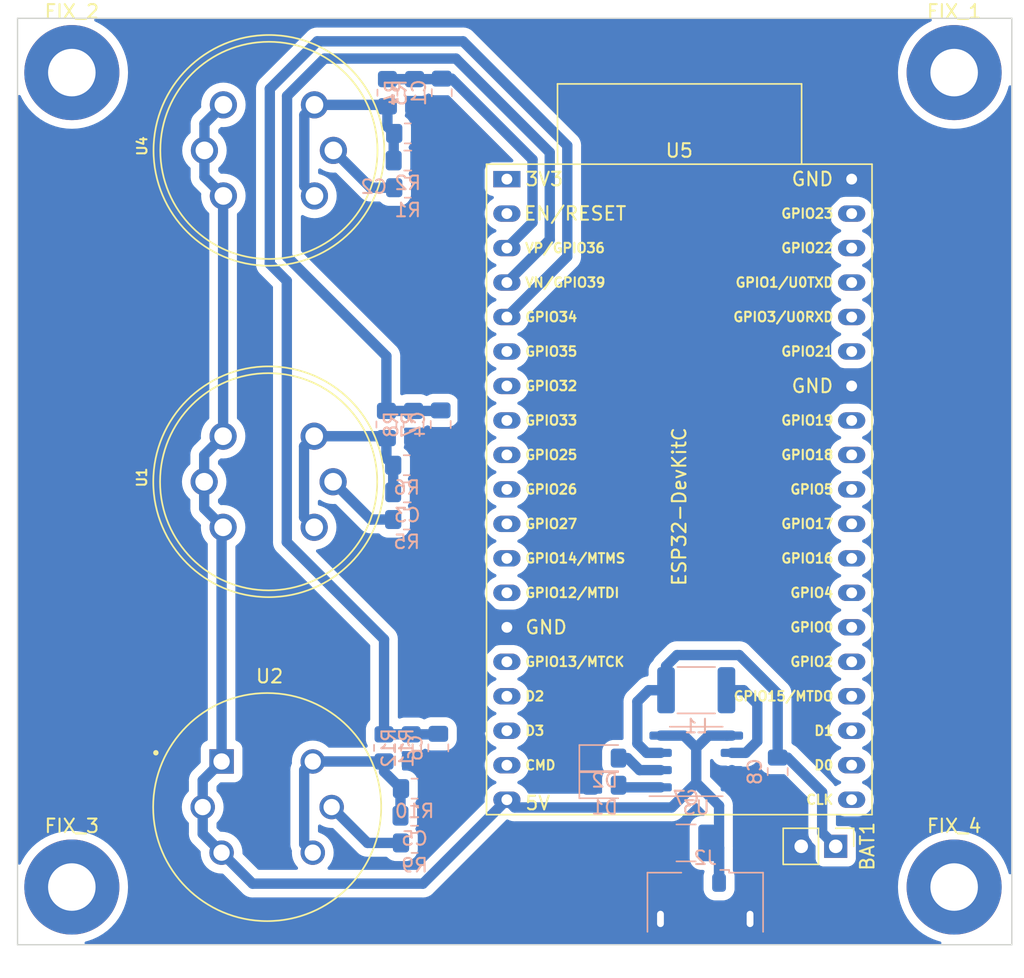
<source format=kicad_pcb>
(kicad_pcb (version 20221018) (generator pcbnew)
  (layers (0 "F.Cu" signal) (31 "B.Cu" signal) (34 "B.Paste" user) (35 "F.Paste" user) (36 "B.SilkS" user "B.Silkscreen") (37 "F.SilkS" user "F.Silkscreen") (38 "B.Mask" user) (39 "F.Mask" user) (44 "Edge.Cuts" user))
  (net 0 "")
  (net 1 "/supply/BAT+")
  (net 2 "GND")
  (net 3 "/esp32/MQ-6")
  (net 4 "Net-(U4-B0)")
  (net 5 "Net-(U1-B0)")
  (net 6 "/esp32/MQ-5")
  (net 7 "Net-(U2-B0)")
  (net 8 "/esp32/MQ-7")
  (net 9 "/esp32/+5")
  (net 10 "Net-(D1-A)")
  (net 11 "Net-(D2-A)")
  (net 12 "Net-(U3-LX)")
  (net 13 "Net-(U4-H@2)")
  (net 14 "Net-(U1-H@2)")
  (net 15 "Net-(U2-H@1)")
  (footprint "PI:ESP32-DevKitC" (layer "F.Cu") (at 81.3 50.34656)
    (fp_text reference "U5" (at 12.7 -2.1) (layer "F.SilkS"))
    (fp_text value "ESP32-DevKitC" (at 12.7 24.13 90) (layer "F.SilkS"))
    (fp_text user "GPIO16" (at 24.13 27.94 unlocked) (layer "F.SilkS") (effects (font (size 0.7 0.7)) (justify right)))
    (fp_text user "GPIO3/U0RXD" (at 24.13 10.16 unlocked) (layer "F.SilkS") (effects (font (size 0.7 0.7)) (justify right)))
    (fp_text user "GPIO23" (at 24.13 2.54 unlocked) (layer "F.SilkS") (effects (font (size 0.7 0.7)) (justify right)))
    (fp_text user "GPIO33" (at 1.27 17.78 unlocked) (layer "F.SilkS") (effects (font (size 0.7 0.7)) (justify left)))
    (fp_text user "GPIO34" (at 1.27 10.16 unlocked) (layer "F.SilkS") (effects (font (size 0.7 0.7)) (justify left)))
    (fp_text user "GPIO27" (at 1.27 25.4 unlocked) (layer "F.SilkS") (effects (font (size 0.7 0.7)) (justify left)))
    (fp_text user "GPIO32" (at 1.27 15.24 unlocked) (layer "F.SilkS") (effects (font (size 0.7 0.7)) (justify left)))
    (fp_text user "GND" (at 24.13 15.24 unlocked) (layer "F.SilkS") (effects (justify right)))
    (fp_text user "GPIO17" (at 24.13 25.4 unlocked) (layer "F.SilkS") (effects (font (size 0.7 0.7)) (justify right)))
    (fp_text user "GPIO19" (at 24.13 17.78 unlocked) (layer "F.SilkS") (effects (font (size 0.7 0.7)) (justify right)))
    (fp_text user "GPIO12/MTDI" (at 1.27 30.48 unlocked) (layer "F.SilkS") (effects (font (size 0.7 0.7)) (justify left)))
    (fp_text user "GPIO13/MTCK" (at 1.27 35.56 unlocked) (layer "F.SilkS") (effects (font (size 0.7 0.7)) (justify left)))
    (fp_text user "GPIO14/MTMS" (at 1.27 27.94 unlocked) (layer "F.SilkS") (effects (font (size 0.7 0.7)) (justify left)))
    (fp_text user "GPIO4" (at 24.13 30.48 unlocked) (layer "F.SilkS") (effects (font (size 0.7 0.7)) (justify right)))
    (fp_text user "GND" (at 24.13 0 unlocked) (layer "F.SilkS") (effects (justify right)))
    (fp_text user "GPIO26" (at 1.27 22.86 unlocked) (layer "F.SilkS") (effects (font (size 0.7 0.7)) (justify left)))
    (fp_text user "VP/GPIO36" (at 1.27 5.08 unlocked) (layer "F.SilkS") (effects (font (size 0.7 0.7)) (justify left)))
    (fp_text user "GPIO15/MTDO" (at 24.13 38.1 unlocked) (layer "F.SilkS") (effects (font (size 0.7 0.7)) (justify right)))
    (fp_text user "GPIO22" (at 24.13 5.08 unlocked) (layer "F.SilkS") (effects (font (size 0.7 0.7)) (justify right)))
    (fp_text user "EN/RESET" (at 8.88632 2.53728 unlocked) (layer "F.SilkS") (effects (justify right)))
    (fp_text user "CLK" (at 24.13 45.72 unlocked) (layer "F.SilkS") (effects (font (size 0.7 0.7)) (justify right)))
    (fp_text user "3V3" (at 1.27 0 unlocked) (layer "F.SilkS") (effects (justify left)))
    (fp_text user "GPIO1/U0TXD" (at 24.13 7.62 unlocked) (layer "F.SilkS") (effects (font (size 0.7 0.7)) (justify right)))
    (fp_text user "GND" (at 1.27 33.02 unlocked) (layer "F.SilkS") (effects (justify left)))
    (fp_text user "GPIO25" (at 1.27 20.32 unlocked) (layer "F.SilkS") (effects (font (size 0.7 0.7)) (justify left)))
    (fp_text user "GPIO0" (at 24.13 33.02 unlocked) (layer "F.SilkS") (effects (font (size 0.7 0.7)) (justify right)))
    (fp_text user "CMD" (at 1.27 43.18 unlocked) (layer "F.SilkS") (effects (font (size 0.7 0.7)) (justify left)))
    (fp_text user "GPIO35" (at 1.27 12.7 unlocked) (layer "F.SilkS") (effects (font (size 0.7 0.7)) (justify left)))
    (fp_text user "GPIO2" (at 24.13 35.56 unlocked) (layer "F.SilkS") (effects (font (size 0.7 0.7)) (justify right)))
    (fp_text user "VN/GPIO39" (at 1.27 7.62 unlocked) (layer "F.SilkS") (effects (font (size 0.7 0.7)) (justify left)))
    (fp_text user "D0" (at 24.13 43.18 unlocked) (layer "F.SilkS") (effects (font (size 0.7 0.7)) (justify right)))
    (fp_text user "GPIO5" (at 24.13 22.86 unlocked) (layer "F.SilkS") (effects (font (size 0.7 0.7)) (justify right)))
    (fp_text user "D2" (at 1.27 38.1 unlocked) (layer "F.SilkS") (effects (font (size 0.7 0.7)) (justify left)))
    (fp_text user "GPIO21" (at 24.13 12.7 unlocked) (layer "F.SilkS") (effects (font (size 0.7 0.7)) (justify right)))
    (fp_text user "D1" (at 24.13 40.64 unlocked) (layer "F.SilkS") (effects (font (size 0.7 0.7)) (justify right)))
    (fp_text user "D3" (at 1.27 40.64 unlocked) (layer "F.SilkS") (effects (font (size 0.7 0.7)) (justify left)))
    (fp_text user "5V" (at 1.26632 45.97128 unlocked) (layer "F.SilkS") (effects (justify left)))
    (fp_text user "GPIO18" (at 24.13 20.32 unlocked) (layer "F.SilkS") (effects (font (size 0.7 0.7)) (justify right)))
    (fp_line (start -1.5 46.82) (end 26.899999 46.82) (stroke (width 0.12)) (layer "F.SilkS"))
    (fp_line (start -1.499999 -1.1) (end -1.5 46.82) (stroke (width 0.12)) (layer "F.SilkS"))
    (fp_line (start 3.73012 -7.01312) (end 21.71332 -7.01312) (stroke (width 0.12)) (layer "F.SilkS"))
    (fp_line (start 3.73012 -1.12032) (end 3.73012 -7.01312) (stroke (width 0.12)) (layer "F.SilkS"))
    (fp_line (start 21.71332 -7.01312) (end 21.71332 -1.12032) (stroke (width 0.12)) (layer "F.SilkS"))
    (fp_line (start 26.899999 46.82) (end 26.9 -1.1) (stroke (width 0.12)) (layer "F.SilkS"))
    (fp_line (start 26.9 -1.1) (end -1.499999 -1.1) (stroke (width 0.12)) (layer "F.SilkS"))
    (pad "1" thru_hole rect (at 0 0 270) (size 1.2 2) (drill 0.8) (layers "*.Cu" "*.Mask"))
    (pad "2" thru_hole oval (at 0 2.54 270) (size 1.2 2) (drill 0.8) (layers "*.Cu" "*.Mask"))
    (pad "3" thru_hole oval (at 0 5.08 270) (size 1.2 2) (drill 0.8) (layers "*.Cu" "*.Mask") (net 3 "/esp32/MQ-6"))
    (pad "4" thru_hole oval (at 0 7.62 270) (size 1.2 2) (drill 0.8) (layers "*.Cu" "*.Mask") (net 6 "/esp32/MQ-5"))
    (pad "5" thru_hole oval (at 0 10.16 270) (size 1.2 2) (drill 0.8) (layers "*.Cu" "*.Mask") (net 8 "/esp32/MQ-7"))
    (pad "6" thru_hole oval (at 0 12.7 270) (size 1.2 2) (drill 0.8) (layers "*.Cu" "*.Mask"))
    (pad "7" thru_hole oval (at 0 15.24 270) (size 1.2 2) (drill 0.8) (layers "*.Cu" "*.Mask"))
    (pad "8" thru_hole oval (at 0 17.78 270) (size 1.2 2) (drill 0.8) (layers "*.Cu" "*.Mask"))
    (pad "9" thru_hole oval (at 0 20.32 270) (size 1.2 2) (drill 0.8) (layers "*.Cu" "*.Mask"))
    (pad "10" thru_hole oval (at 0 22.86 270) (size 1.2 2) (drill 0.8) (layers "*.Cu" "*.Mask"))
    (pad "11" thru_hole oval (at 0 25.4 270) (size 1.2 2) (drill 0.8) (layers "*.Cu" "*.Mask"))
    (pad "12" thru_hole oval (at 0 27.94 270) (size 1.2 2) (drill 0.8) (layers "*.Cu" "*.Mask"))
    (pad "13" thru_hole oval (at 0 30.48 270) (size 1.2 2) (drill 0.8) (layers "*.Cu" "*.Mask"))
    (pad "14" thru_hole oval (at 0 33.02 270) (size 1.2 2) (drill 0.8) (layers "*.Cu" "*.Mask") (net 2 "GND"))
    (pad "15" thru_hole oval (at 0 35.56 270) (size 1.2 2) (drill 0.8) (layers "*.Cu" "*.Mask"))
    (pad "16" thru_hole oval (at 0 38.1 270) (size 1.2 2) (drill 0.8) (layers "*.Cu" "*.Mask"))
    (pad "17" thru_hole oval (at 0 40.64 270) (size 1.2 2) (drill 0.8) (layers "*.Cu" "*.Mask"))
    (pad "18" thru_hole oval (at 0 43.18 270) (size 1.2 2) (drill 0.8) (layers "*.Cu" "*.Mask"))
    (pad "19" thru_hole oval (at 0 45.72 270) (size 1.2 2) (drill 0.8) (layers "*.Cu" "*.Mask") (net 9 "/esp32/+5"))
    (pad "20" thru_hole oval (at 25.39632 45.71728 270) (size 1.2 2) (drill 0.8) (layers "*.Cu" "*.Mask"))
    (pad "21" thru_hole oval (at 25.39632 43.17728 270) (size 1.2 2) (drill 0.8) (layers "*.Cu" "*.Mask"))
    (pad "22" thru_hole oval (at 25.4 40.64 270) (size 1.2 2) (drill 0.8) (layers "*.Cu" "*.Mask"))
    (pad "23" thru_hole oval (at 25.4 38.1 270) (size 1.2 2) (drill 0.8) (layers "*.Cu" "*.Mask"))
    (pad "24" thru_hole oval (at 25.4 35.56 270) (size 1.2 2) (drill 0.8) (layers "*.Cu" "*.Mask"))
    (pad "25" thru_hole oval (at 25.4 33.02 270) (size 1.2 2) (drill 0.8) (layers "*.Cu" "*.Mask"))
    (pad "26" thru_hole oval (at 25.4 30.48 270) (size 1.2 2) (drill 0.8) (layers "*.Cu" "*.Mask"))
    (pad "27" thru_hole oval (at 25.4 27.94 270) (size 1.2 2) (drill 0.8) (layers "*.Cu" "*.Mask"))
    (pad "28" thru_hole oval (at 25.4 25.4 270) (size 1.2 2) (drill 0.8) (layers "*.Cu" "*.Mask"))
    (pad "29" thru_hole oval (at 25.4 22.86 270) (size 1.2 2) (drill 0.8) (layers "*.Cu" "*.Mask"))
    (pad "30" thru_hole oval (at 25.4 20.32 270) (size 1.2 2) (drill 0.8) (layers "*.Cu" "*.Mask"))
    (pad "31" thru_hole oval (at 25.4 17.78 270) (size 1.2 2) (drill 0.8) (layers "*.Cu" "*.Mask"))
    (pad "32" thru_hole oval (at 25.4 15.24 270) (size 1.2 2) (drill 0.8) (layers "*.Cu" "*.Mask") (net 2 "GND"))
    (pad "33" thru_hole oval (at 25.4 12.7 270) (size 1.2 2) (drill 0.8) (layers "*.Cu" "*.Mask"))
    (pad "34" thru_hole oval (at 25.4 10.16 270) (size 1.2 2) (drill 0.8) (layers "*.Cu" "*.Mask"))
    (pad "35" thru_hole oval (at 25.4 7.62 270) (size 1.2 2) (drill 0.8) (layers "*.Cu" "*.Mask"))
    (pad "36" thru_hole oval (at 25.4 5.08 270) (size 1.2 2) (drill 0.8) (layers "*.Cu" "*.Mask"))
    (pad "37" thru_hole oval (at 25.4 2.54 270) (size 1.2 2) (drill 0.8) (layers "*.Cu" "*.Mask"))
    (pad "38" thru_hole oval (at 25.4 0 270) (size 1.2 2) (drill 0.8) (layers "*.Cu" "*.Mask") (net 2 "GND"))
  )
  (footprint "MountingHole:MountingHole_3.5mm_Pad" (layer "F.Cu") (at 114.25 42.5)
    (fp_text reference "FIX_1" (at 0 -4.5) (layer "F.SilkS"))
    (fp_text value "MountingHole")
    (pad "1" thru_hole circle (at 0 0) (size 7 7) (drill 3.5) (layers "*.Cu" "*.Mask"))
  )
  (footprint "PI:MQ-7" (layer "F.Cu") (at 63.64124 96.60876)
    (fp_text reference "U2" (at 0.175 -9.635) (layer "F.SilkS"))
    (fp_text value "DIP-GAS-MQ-7")
    (fp_circle (center -8.2 -4) (end -8.1 -4) (stroke (width 0.2)) (fill none) (layer "F.SilkS"))
    (fp_circle (center 0 0) (end 8.4 0) (stroke (width 0.127)) (fill none) (layer "F.SilkS"))
    (pad "1" thru_hole rect (at -3.35876 -3.35876) (size 1.8 1.8) (drill 1.2) (layers "*.Cu" "*.Mask") (net 9 "/esp32/+5"))
    (pad "2" thru_hole circle (at 3.35876 -3.35876) (size 1.8 1.8) (drill 1.2) (layers "*.Cu" "*.Mask") (net 7 "Net-(U2-B0)"))
    (pad "3" thru_hole circle (at -3.35876 3.35876) (size 1.8 1.8) (drill 1.2) (layers "*.Cu" "*.Mask") (net 9 "/esp32/+5"))
    (pad "4" thru_hole circle (at 3.35876 3.35876) (size 1.8 1.8) (drill 1.2) (layers "*.Cu" "*.Mask") (net 7 "Net-(U2-B0)"))
    (pad "5" thru_hole circle (at 4.75 0) (size 1.8 1.8) (drill 1.2) (layers "*.Cu" "*.Mask") (net 15 "Net-(U2-H@1)"))
    (pad "6" thru_hole circle (at -4.75 0) (size 1.8 1.8) (drill 1.2) (layers "*.Cu" "*.Mask") (net 9 "/esp32/+5"))
  )
  (footprint "MountingHole:MountingHole_3.5mm_Pad" (layer "F.Cu") (at 49.25 102.5)
    (fp_text reference "FIX_3" (at 0 -4.5) (layer "F.SilkS"))
    (fp_text value "MountingHole")
    (pad "1" thru_hole circle (at 0 0) (size 7 7) (drill 3.5) (layers "*.Cu" "*.Mask"))
  )
  (footprint "MountingHole:MountingHole_3.5mm_Pad" (layer "F.Cu") (at 49.25 42.5)
    (fp_text reference "FIX_2" (at 0 -4.5) (layer "F.SilkS"))
    (fp_text value "MountingHole")
    (pad "1" thru_hole circle (at 0 0) (size 7 7) (drill 3.5) (layers "*.Cu" "*.Mask"))
  )
  (footprint "Connector_PinHeader_2.54mm:PinHeader_1x02_P2.54mm_Vertical" (layer "F.Cu") (at 105.525 99.5 -90)
    (fp_text reference "BAT1" (at 0 -2.33 90) (layer "F.SilkS"))
    (fp_text value "Conn_01x02")
    (fp_line (start -1.33 -1.33) (end 0 -1.33) (stroke (width 0.12)) (layer "F.SilkS"))
    (fp_line (start -1.33 0) (end -1.33 -1.33) (stroke (width 0.12)) (layer "F.SilkS"))
    (fp_line (start -1.33 1.27) (end -1.33 3.87) (stroke (width 0.12)) (layer "F.SilkS"))
    (fp_line (start -1.33 1.27) (end 1.33 1.27) (stroke (width 0.12)) (layer "F.SilkS"))
    (fp_line (start -1.33 3.87) (end 1.33 3.87) (stroke (width 0.12)) (layer "F.SilkS"))
    (fp_line (start 1.33 1.27) (end 1.33 3.87) (stroke (width 0.12)) (layer "F.SilkS"))
    (pad "1" thru_hole rect (at 0 0 270) (size 1.7 1.7) (drill 1) (layers "*.Cu" "*.Mask") (net 1 "/supply/BAT+"))
    (pad "2" thru_hole oval (at 0 2.54 270) (size 1.7 1.7) (drill 1) (layers "*.Cu" "*.Mask") (net 2 "GND"))
  )
  (footprint "PI:SNR6" (layer "F.Cu") (at 63.769 48.231 90)
    (fp_text reference "U4" (at 0.317615 -9.337923 90) (layer "F.SilkS") (effects (font (size 0.700257 0.700257))))
    (fp_text value "DIP-GAS-MQ-5_6")
    (fp_circle (center 0 0) (end 8 0) (stroke (width 0.127)) (fill none) (layer "F.SilkS"))
    (fp_circle (center 0 0) (end 8.5 0) (stroke (width 0.127)) (fill none) (layer "F.SilkS"))
    (pad "1" thru_hole circle (at -3.355 -3.355 315) (size 2 2) (drill 1.3) (layers "*.Cu" "*.Mask") (net 9 "/esp32/+5"))
    (pad "2" thru_hole circle (at -3.355 3.355 90) (size 2 2) (drill 1.3) (layers "*.Cu" "*.Mask") (net 4 "Net-(U4-B0)"))
    (pad "3" thru_hole circle (at 3.355 -3.355 45) (size 2 2) (drill 1.3) (layers "*.Cu" "*.Mask") (net 9 "/esp32/+5"))
    (pad "4" thru_hole circle (at 3.355 3.355 90) (size 2 2) (drill 1.3) (layers "*.Cu" "*.Mask") (net 4 "Net-(U4-B0)"))
    (pad "5" thru_hole circle (at 0 -4.75 90) (size 2 2) (drill 1.3) (layers "*.Cu" "*.Mask") (net 9 "/esp32/+5"))
    (pad "6" thru_hole circle (at 0 4.75 90) (size 2 2) (drill 1.3) (layers "*.Cu" "*.Mask") (net 13 "Net-(U4-H@2)"))
  )
  (footprint "PI:SNR6" (layer "F.Cu") (at 63.75 72.643 90)
    (fp_text reference "U1" (at 0.317615 -9.337923 90) (layer "F.SilkS") (effects (font (size 0.700257 0.700257))))
    (fp_text value "DIP-GAS-MQ-5_6")
    (fp_circle (center 0 0) (end 8 0) (stroke (width 0.127)) (fill none) (layer "F.SilkS"))
    (fp_circle (center 0 0) (end 8.5 0) (stroke (width 0.127)) (fill none) (layer "F.SilkS"))
    (pad "1" thru_hole circle (at -3.355 -3.355 315) (size 2 2) (drill 1.3) (layers "*.Cu" "*.Mask") (net 9 "/esp32/+5"))
    (pad "2" thru_hole circle (at -3.355 3.355 90) (size 2 2) (drill 1.3) (layers "*.Cu" "*.Mask") (net 5 "Net-(U1-B0)"))
    (pad "3" thru_hole circle (at 3.355 -3.355 45) (size 2 2) (drill 1.3) (layers "*.Cu" "*.Mask") (net 9 "/esp32/+5"))
    (pad "4" thru_hole circle (at 3.355 3.355 90) (size 2 2) (drill 1.3) (layers "*.Cu" "*.Mask") (net 5 "Net-(U1-B0)"))
    (pad "5" thru_hole circle (at 0 -4.75 90) (size 2 2) (drill 1.3) (layers "*.Cu" "*.Mask") (net 9 "/esp32/+5"))
    (pad "6" thru_hole circle (at 0 4.75 90) (size 2 2) (drill 1.3) (layers "*.Cu" "*.Mask") (net 14 "Net-(U1-H@2)"))
  )
  (footprint "MountingHole:MountingHole_3.5mm_Pad" (layer "F.Cu") (at 114.25 102.5)
    (fp_text reference "FIX_4" (at 0 -4.5) (layer "F.SilkS"))
    (fp_text value "MountingHole")
    (pad "1" thru_hole circle (at 0 0) (size 7 7) (drill 3.5) (layers "*.Cu" "*.Mask"))
  )
  (footprint "Resistor_SMD:R_0805_2012Metric_Pad1.20x1.40mm_HandSolder" (layer "B.Cu") (at 73.925 75.425)
    (fp_text reference "R5" (at 0 1.65) (layer "B.SilkS") (effects (justify mirror)))
    (fp_text value "5.1")
    (fp_line (start -0.227064 -0.735) (end 0.227064 -0.735) (stroke (width 0.12)) (layer "B.SilkS"))
    (fp_line (start -0.227064 0.735) (end 0.227064 0.735) (stroke (width 0.12)) (layer "B.SilkS"))
    (pad "1" smd roundrect (at -1 0) (size 1.2 1.4) (layers "B.Cu" "B.Paste" "B.Mask") (roundrect_rratio 0.208333) (net 14 "Net-(U1-H@2)"))
    (pad "2" smd roundrect (at 1 0) (size 1.2 1.4) (layers "B.Cu" "B.Paste" "B.Mask") (roundrect_rratio 0.208333) (net 2 "GND"))
  )
  (footprint "Capacitor_SMD:C_0805_2012Metric_Pad1.18x1.45mm_HandSolder" (layer "B.Cu") (at 76.25 92.25 -90)
    (fp_text reference "C6" (at 0 1.68 90) (layer "B.SilkS") (effects (justify mirror)))
    (fp_text value "100n")
    (fp_line (start -0.261252 -0.735) (end 0.261252 -0.735) (stroke (width 0.12)) (layer "B.SilkS"))
    (fp_line (start -0.261252 0.735) (end 0.261252 0.735) (stroke (width 0.12)) (layer "B.SilkS"))
    (pad "1" smd roundrect (at -1.0375 0 270) (size 1.175 1.45) (layers "B.Cu" "B.Paste" "B.Mask") (roundrect_rratio 0.212766) (net 8 "/esp32/MQ-7"))
    (pad "2" smd roundrect (at 1.0375 0 270) (size 1.175 1.45) (layers "B.Cu" "B.Paste" "B.Mask") (roundrect_rratio 0.212766) (net 2 "GND"))
  )
  (footprint "Resistor_SMD:R_0805_2012Metric_Pad1.20x1.40mm_HandSolder" (layer "B.Cu") (at 72.425 68.425 90)
    (fp_text reference "R7" (at 0 1.65 90) (layer "B.SilkS") (effects (justify mirror)))
    (fp_text value "1.7k")
    (fp_line (start -0.227064 -0.735) (end 0.227064 -0.735) (stroke (width 0.12)) (layer "B.SilkS"))
    (fp_line (start -0.227064 0.735) (end 0.227064 0.735) (stroke (width 0.12)) (layer "B.SilkS"))
    (pad "1" smd roundrect (at -1 0 90) (size 1.2 1.4) (layers "B.Cu" "B.Paste" "B.Mask") (roundrect_rratio 0.208333) (net 5 "Net-(U1-B0)"))
    (pad "2" smd roundrect (at 1 0 90) (size 1.2 1.4) (layers "B.Cu" "B.Paste" "B.Mask") (roundrect_rratio 0.208333) (net 6 "/esp32/MQ-5"))
  )
  (footprint "Capacitor_SMD:C_0805_2012Metric_Pad1.18x1.45mm_HandSolder" (layer "B.Cu") (at 101.25 94 -90)
    (fp_text reference "C8" (at 0 1.68 90) (layer "B.SilkS") (effects (justify mirror)))
    (fp_text value "10u")
    (fp_line (start -0.261252 -0.735) (end 0.261252 -0.735) (stroke (width 0.12)) (layer "B.SilkS"))
    (fp_line (start -0.261252 0.735) (end 0.261252 0.735) (stroke (width 0.12)) (layer "B.SilkS"))
    (pad "1" smd roundrect (at -1.0375 0 270) (size 1.175 1.45) (layers "B.Cu" "B.Paste" "B.Mask") (roundrect_rratio 0.212766) (net 1 "/supply/BAT+"))
    (pad "2" smd roundrect (at 1.0375 0 270) (size 1.175 1.45) (layers "B.Cu" "B.Paste" "B.Mask") (roundrect_rratio 0.212766) (net 2 "GND"))
  )
  (footprint "Capacitor_SMD:C_0805_2012Metric_Pad1.18x1.45mm_HandSolder" (layer "B.Cu") (at 76.5 43.981 -90)
    (fp_text reference "C1" (at 0 1.68 90) (layer "B.SilkS") (effects (justify mirror)))
    (fp_text value "100n")
    (fp_line (start -0.261252 -0.735) (end 0.261252 -0.735) (stroke (width 0.12)) (layer "B.SilkS"))
    (fp_line (start -0.261252 0.735) (end 0.261252 0.735) (stroke (width 0.12)) (layer "B.SilkS"))
    (pad "1" smd roundrect (at -1.0375 0 270) (size 1.175 1.45) (layers "B.Cu" "B.Paste" "B.Mask") (roundrect_rratio 0.212766) (net 3 "/esp32/MQ-6"))
    (pad "2" smd roundrect (at 1.0375 0 270) (size 1.175 1.45) (layers "B.Cu" "B.Paste" "B.Mask") (roundrect_rratio 0.212766) (net 2 "GND"))
  )
  (footprint "Capacitor_SMD:C_0805_2012Metric_Pad1.18x1.45mm_HandSolder" (layer "B.Cu") (at 74.5 97.25)
    (fp_text reference "C5" (at 0 1.68) (layer "B.SilkS") (effects (justify mirror)))
    (fp_text value "10n")
    (fp_line (start -0.261252 -0.735) (end 0.261252 -0.735) (stroke (width 0.12)) (layer "B.SilkS"))
    (fp_line (start -0.261252 0.735) (end 0.261252 0.735) (stroke (width 0.12)) (layer "B.SilkS"))
    (pad "1" smd roundrect (at -1.0375 0) (size 1.175 1.45) (layers "B.Cu" "B.Paste" "B.Mask") (roundrect_rratio 0.212766) (net 7 "Net-(U2-B0)"))
    (pad "2" smd roundrect (at 1.0375 0) (size 1.175 1.45) (layers "B.Cu" "B.Paste" "B.Mask") (roundrect_rratio 0.212766) (net 2 "GND"))
  )
  (footprint "Resistor_SMD:R_0805_2012Metric_Pad1.20x1.40mm_HandSolder" (layer "B.Cu") (at 73.925 71.425)
    (fp_text reference "R6" (at 0 1.65) (layer "B.SilkS") (effects (justify mirror)))
    (fp_text value "47k")
    (fp_line (start -0.227064 -0.735) (end 0.227064 -0.735) (stroke (width 0.12)) (layer "B.SilkS"))
    (fp_line (start -0.227064 0.735) (end 0.227064 0.735) (stroke (width 0.12)) (layer "B.SilkS"))
    (pad "1" smd roundrect (at -1 0) (size 1.2 1.4) (layers "B.Cu" "B.Paste" "B.Mask") (roundrect_rratio 0.208333) (net 5 "Net-(U1-B0)"))
    (pad "2" smd roundrect (at 1 0) (size 1.2 1.4) (layers "B.Cu" "B.Paste" "B.Mask") (roundrect_rratio 0.208333) (net 2 "GND"))
  )
  (footprint "Capacitor_SMD:C_0805_2012Metric_Pad1.18x1.45mm_HandSolder" (layer "B.Cu") (at 74 48.981)
    (fp_text reference "C2" (at -2.5 1.93) (layer "B.SilkS") (effects (justify mirror)))
    (fp_text value "10n")
    (fp_line (start -0.261252 -0.735) (end 0.261252 -0.735) (stroke (width 0.12)) (layer "B.SilkS"))
    (fp_line (start -0.261252 0.735) (end 0.261252 0.735) (stroke (width 0.12)) (layer "B.SilkS"))
    (pad "1" smd roundrect (at -1.0375 0) (size 1.175 1.45) (layers "B.Cu" "B.Paste" "B.Mask") (roundrect_rratio 0.212766) (net 4 "Net-(U4-B0)"))
    (pad "2" smd roundrect (at 1.0375 0) (size 1.175 1.45) (layers "B.Cu" "B.Paste" "B.Mask") (roundrect_rratio 0.212766) (net 2 "GND"))
  )
  (footprint "Capacitor_SMD:C_1210_3225Metric_Pad1.33x2.70mm_HandSolder" (layer "B.Cu") (at 94.5 99.25 180)
    (fp_text reference "C7" (at 0 3.29937) (layer "B.SilkS") (effects (justify mirror)))
    (fp_text value "22u")
    (fp_line (start -0.711252 -1.36) (end 0.711252 -1.36) (stroke (width 0.12)) (layer "B.SilkS"))
    (fp_line (start -0.711252 1.36) (end 0.711252 1.36) (stroke (width 0.12)) (layer "B.SilkS"))
    (pad "1" smd roundrect (at -1.5625 0 180) (size 1.325 2.7) (layers "B.Cu" "B.Paste" "B.Mask") (roundrect_rratio 0.188679) (net 9 "/esp32/+5"))
    (pad "2" smd roundrect (at 1.5625 0 180) (size 1.325 2.7) (layers "B.Cu" "B.Paste" "B.Mask") (roundrect_rratio 0.188679) (net 2 "GND"))
  )
  (footprint "Resistor_SMD:R_0805_2012Metric_Pad1.20x1.40mm_HandSolder" (layer "B.Cu") (at 72.25 92.25 90)
    (fp_text reference "R11" (at 0 1.65 90) (layer "B.SilkS") (effects (justify mirror)))
    (fp_text value "1.7k")
    (fp_line (start -0.227064 -0.735) (end 0.227064 -0.735) (stroke (width 0.12)) (layer "B.SilkS"))
    (fp_line (start -0.227064 0.735) (end 0.227064 0.735) (stroke (width 0.12)) (layer "B.SilkS"))
    (pad "1" smd roundrect (at -1 0 90) (size 1.2 1.4) (layers "B.Cu" "B.Paste" "B.Mask") (roundrect_rratio 0.208333) (net 7 "Net-(U2-B0)"))
    (pad "2" smd roundrect (at 1 0 90) (size 1.2 1.4) (layers "B.Cu" "B.Paste" "B.Mask") (roundrect_rratio 0.208333) (net 8 "/esp32/MQ-7"))
  )
  (footprint "Resistor_SMD:R_0805_2012Metric_Pad1.20x1.40mm_HandSolder" (layer "B.Cu") (at 74.25 92.25 -90)
    (fp_text reference "R12" (at 0 1.65 90) (layer "B.SilkS") (effects (justify mirror)))
    (fp_text value "3.3k")
    (fp_line (start -0.227064 -0.735) (end 0.227064 -0.735) (stroke (width 0.12)) (layer "B.SilkS"))
    (fp_line (start -0.227064 0.735) (end 0.227064 0.735) (stroke (width 0.12)) (layer "B.SilkS"))
    (pad "1" smd roundrect (at -1 0 270) (size 1.2 1.4) (layers "B.Cu" "B.Paste" "B.Mask") (roundrect_rratio 0.208333) (net 8 "/esp32/MQ-7"))
    (pad "2" smd roundrect (at 1 0 270) (size 1.2 1.4) (layers "B.Cu" "B.Paste" "B.Mask") (roundrect_rratio 0.208333) (net 2 "GND"))
  )
  (footprint "Resistor_SMD:R_0805_2012Metric_Pad1.20x1.40mm_HandSolder" (layer "B.Cu") (at 74.5 95.25)
    (fp_text reference "R10" (at 0 1.65) (layer "B.SilkS") (effects (justify mirror)))
    (fp_text value "47k")
    (fp_line (start -0.227064 -0.735) (end 0.227064 -0.735) (stroke (width 0.12)) (layer "B.SilkS"))
    (fp_line (start -0.227064 0.735) (end 0.227064 0.735) (stroke (width 0.12)) (layer "B.SilkS"))
    (pad "1" smd roundrect (at -1 0) (size 1.2 1.4) (layers "B.Cu" "B.Paste" "B.Mask") (roundrect_rratio 0.208333) (net 7 "Net-(U2-B0)"))
    (pad "2" smd roundrect (at 1 0) (size 1.2 1.4) (layers "B.Cu" "B.Paste" "B.Mask") (roundrect_rratio 0.208333) (net 2 "GND"))
  )
  (footprint "Resistor_SMD:R_0805_2012Metric_Pad1.20x1.40mm_HandSolder" (layer "B.Cu") (at 72.5 43.981 90)
    (fp_text reference "R3" (at 0 0.9 90) (layer "B.SilkS") (effects (justify mirror)))
    (fp_text value "1.7k")
    (fp_line (start -0.227064 -0.735) (end 0.227064 -0.735) (stroke (width 0.12)) (layer "B.SilkS"))
    (fp_line (start -0.227064 0.735) (end 0.227064 0.735) (stroke (width 0.12)) (layer "B.SilkS"))
    (pad "1" smd roundrect (at -1 0 90) (size 1.2 1.4) (layers "B.Cu" "B.Paste" "B.Mask") (roundrect_rratio 0.208333) (net 4 "Net-(U4-B0)"))
    (pad "2" smd roundrect (at 1 0 90) (size 1.2 1.4) (layers "B.Cu" "B.Paste" "B.Mask") (roundrect_rratio 0.208333) (net 3 "/esp32/MQ-6"))
  )
  (footprint "Capacitor_SMD:C_0805_2012Metric_Pad1.18x1.45mm_HandSolder" (layer "B.Cu") (at 73.9625 73.425)
    (fp_text reference "C3" (at 0 1.68) (layer "B.SilkS") (effects (justify mirror)))
    (fp_text value "10n")
    (fp_line (start -0.261252 -0.735) (end 0.261252 -0.735) (stroke (width 0.12)) (layer "B.SilkS"))
    (fp_line (start -0.261252 0.735) (end 0.261252 0.735) (stroke (width 0.12)) (layer "B.SilkS"))
    (pad "1" smd roundrect (at -1.0375 0) (size 1.175 1.45) (layers "B.Cu" "B.Paste" "B.Mask") (roundrect_rratio 0.212766) (net 5 "Net-(U1-B0)"))
    (pad "2" smd roundrect (at 1.0375 0) (size 1.175 1.45) (layers "B.Cu" "B.Paste" "B.Mask") (roundrect_rratio 0.212766) (net 2 "GND"))
  )
  (footprint "Diode_SMD:D_0805_2012Metric_Pad1.15x1.40mm_HandSolder" (layer "B.Cu") (at 88.5 95)
    (fp_text reference "D1" (at 0 1.65) (layer "B.SilkS") (effects (justify mirror)))
    (fp_text value "LED_Small")
    (fp_line (start -1.86 -0.96) (end 1 -0.96) (stroke (width 0.12)) (layer "B.SilkS"))
    (fp_line (start -1.86 0.96) (end -1.86 -0.96) (stroke (width 0.12)) (layer "B.SilkS"))
    (fp_line (start 1 0.96) (end -1.86 0.96) (stroke (width 0.12)) (layer "B.SilkS"))
    (pad "1" smd roundrect (at -1.025 0) (size 1.15 1.4) (layers "B.Cu" "B.Paste" "B.Mask") (roundrect_rratio 0.217391) (net 2 "GND"))
    (pad "2" smd roundrect (at 1.025 0) (size 1.15 1.4) (layers "B.Cu" "B.Paste" "B.Mask") (roundrect_rratio 0.217391) (net 10 "Net-(D1-A)"))
  )
  (footprint "Resistor_SMD:R_0805_2012Metric_Pad1.20x1.40mm_HandSolder" (layer "B.Cu") (at 74.5 99.25)
    (fp_text reference "R9" (at 0 1.65) (layer "B.SilkS") (effects (justify mirror)))
    (fp_text value "5.1")
    (fp_line (start -0.227064 -0.735) (end 0.227064 -0.735) (stroke (width 0.12)) (layer "B.SilkS"))
    (fp_line (start -0.227064 0.735) (end 0.227064 0.735) (stroke (width 0.12)) (layer "B.SilkS"))
    (pad "1" smd roundrect (at -1 0) (size 1.2 1.4) (layers "B.Cu" "B.Paste" "B.Mask") (roundrect_rratio 0.208333) (net 15 "Net-(U2-H@1)"))
    (pad "2" smd roundrect (at 1 0) (size 1.2 1.4) (layers "B.Cu" "B.Paste" "B.Mask") (roundrect_rratio 0.208333) (net 2 "GND"))
  )
  (footprint "Inductor_SMD:L_1812_4532Metric_Pad1.30x3.40mm_HandSolder" (layer "B.Cu") (at 95.25 88)
    (fp_text reference "L1" (at 0 2.65) (layer "B.SilkS") (effects (justify mirror)))
    (fp_text value "L_Small")
    (fp_line (start -1.386252 -1.71) (end 1.386252 -1.71) (stroke (width 0.12)) (layer "B.SilkS"))
    (fp_line (start -1.386252 1.71) (end 1.386252 1.71) (stroke (width 0.12)) (layer "B.SilkS"))
    (pad "1" smd roundrect (at -2.225 0) (size 1.3 3.4) (layers "B.Cu" "B.Paste" "B.Mask") (roundrect_rratio 0.192308) (net 1 "/supply/BAT+"))
    (pad "2" smd roundrect (at 2.225 0) (size 1.3 3.4) (layers "B.Cu" "B.Paste" "B.Mask") (roundrect_rratio 0.192308) (net 12 "Net-(U3-LX)"))
  )
  (footprint "Resistor_SMD:R_0805_2012Metric_Pad1.20x1.40mm_HandSolder" (layer "B.Cu") (at 74.425 68.425 -90)
    (fp_text reference "R8" (at 0 1.65 90) (layer "B.SilkS") (effects (justify mirror)))
    (fp_text value "3.3k")
    (fp_line (start -0.227064 -0.735) (end 0.227064 -0.735) (stroke (width 0.12)) (layer "B.SilkS"))
    (fp_line (start -0.227064 0.735) (end 0.227064 0.735) (stroke (width 0.12)) (layer "B.SilkS"))
    (pad "1" smd roundrect (at -1 0 270) (size 1.2 1.4) (layers "B.Cu" "B.Paste" "B.Mask") (roundrect_rratio 0.208333) (net 6 "/esp32/MQ-5"))
    (pad "2" smd roundrect (at 1 0 270) (size 1.2 1.4) (layers "B.Cu" "B.Paste" "B.Mask") (roundrect_rratio 0.208333) (net 2 "GND"))
  )
  (footprint "Package_SO:SOP-8_3.9x4.9mm_P1.27mm" (layer "B.Cu") (at 95.25 93.25)
    (fp_text reference "U3" (at 0 3.4) (layer "B.SilkS") (effects (justify mirror)))
    (fp_text value "HT4928S" hide)
    (fp_line (start 0 -2.56) (end -1.95 -2.56) (stroke (width 0.12)) (layer "B.SilkS"))
    (fp_line (start 0 -2.56) (end 1.95 -2.56) (stroke (width 0.12)) (layer "B.SilkS"))
    (fp_line (start 0 2.56) (end -3.45 2.56) (stroke (width 0.12)) (layer "B.SilkS"))
    (fp_line (start 0 2.56) (end 1.95 2.56) (stroke (width 0.12)) (layer "B.SilkS"))
    (pad "1" smd roundrect (at -2.625 1.905) (size 1.65 0.6) (layers "B.Cu" "B.Paste" "B.Mask") (net 10 "Net-(D1-A)"))
    (pad "2" smd roundrect (at -2.625 0.635) (size 1.65 0.6) (layers "B.Cu" "B.Paste" "B.Mask") (net 11 "Net-(D2-A)"))
    (pad "3" smd roundrect (at -2.625 -0.635) (size 1.65 0.6) (layers "B.Cu" "B.Paste" "B.Mask") (net 1 "/supply/BAT+"))
    (pad "4" smd roundrect (at -2.625 -1.905) (size 1.65 0.6) (layers "B.Cu" "B.Paste" "B.Mask") (net 9 "/esp32/+5"))
    (pad "5" smd roundrect (at 2.625 -1.905) (size 1.65 0.6) (layers "B.Cu" "B.Paste" "B.Mask") (net 9 "/esp32/+5"))
    (pad "6" smd roundrect (at 2.625 -0.635) (size 1.65 0.6) (layers "B.Cu" "B.Paste" "B.Mask") (net 12 "Net-(U3-LX)"))
    (pad "7" smd roundrect (at 2.625 0.635) (size 1.65 0.6) (layers "B.Cu" "B.Paste" "B.Mask") (net 2 "GND"))
    (pad "8" smd roundrect (at 2.625 1.905) (size 1.65 0.6) (layers "B.Cu" "B.Paste" "B.Mask") (net 2 "GND"))
  )
  (footprint "Resistor_SMD:R_0805_2012Metric_Pad1.20x1.40mm_HandSolder" (layer "B.Cu") (at 74.5 43.981 -90)
    (fp_text reference "R4" (at 0 1.65 90) (layer "B.SilkS") (effects (justify mirror)))
    (fp_text value "3.3k")
    (fp_line (start -0.227064 -0.735) (end 0.227064 -0.735) (stroke (width 0.12)) (layer "B.SilkS"))
    (fp_line (start -0.227064 0.735) (end 0.227064 0.735) (stroke (width 0.12)) (layer "B.SilkS"))
    (pad "1" smd roundrect (at -1 0 270) (size 1.2 1.4) (layers "B.Cu" "B.Paste" "B.Mask") (roundrect_rratio 0.208333) (net 3 "/esp32/MQ-6"))
    (pad "2" smd roundrect (at 1 0 270) (size 1.2 1.4) (layers "B.Cu" "B.Paste" "B.Mask") (roundrect_rratio 0.208333) (net 2 "GND"))
  )
  (footprint "PI:USB_Micro-B_Amphenol_10118193-0002LF_Horizontal" (layer "B.Cu") (at 95.915 104.85 180)
    (fp_text reference "J2" (at 0 4.5) (layer "B.SilkS") (effects (justify mirror)))
    (fp_text value "USB_B_Micro")
    (fp_line (start -4.26 3.41) (end -4.26 -0.95) (stroke (width 0.12)) (layer "B.SilkS"))
    (fp_line (start -4.26 3.41) (end -1.76 3.41) (stroke (width 0.12)) (layer "B.SilkS"))
    (fp_line (start -1.76 3.41) (end -1.76 3.61) (stroke (width 0.12)) (layer "B.SilkS"))
    (fp_line (start -1.1 3.61) (end -1.76 3.61) (stroke (width 0.12)) (layer "B.SilkS"))
    (fp_line (start 1.76 3.41) (end 4.26 3.41) (stroke (width 0.12)) (layer "B.SilkS"))
    (fp_line (start 4.26 3.41) (end 4.26 -0.95) (stroke (width 0.12)) (layer "B.SilkS"))
    (pad "1" smd roundrect (at -1.016 2.675 180) (size 1.016 1.35) (layers "B.Cu" "B.Paste" "B.Mask") (net 9 "/esp32/+5"))
    (pad "5" smd roundrect (at 1.016 2.675 180) (size 1.016 1.35) (layers "B.Cu" "B.Paste" "B.Mask") (net 2 "GND"))
    (pad "6" thru_hole oval (at -3.3 0 90) (size 1.6 0.9) (drill oval 1.2 0.5) (layers "*.Cu" "*.Mask" "B.Paste") (net 2 "GND"))
    (pad "6" smd roundrect (at -3.2 2.45 180) (size 1.6 1.4) (layers "B.Cu" "B.Paste" "B.Mask") (roundrect_rratio 0.1785714286) (net 2 "GND"))
    (pad "6" thru_hole oval (at 3.3 0 90) (size 1.6 0.9) (drill oval 1.2 0.5) (layers "*.Cu" "*.Mask" "B.Paste") (net 2 "GND"))
    (pad "6" smd roundrect (at 3.302 2.45 180) (size 1.6 1.4) (layers "B.Cu" "B.Paste" "B.Mask") (roundrect_rratio 0.1785714286) (net 2 "GND"))
  )
  (footprint "Resistor_SMD:R_0805_2012Metric_Pad1.20x1.40mm_HandSolder" (layer "B.Cu") (at 74 46.981)
    (fp_text reference "R2" (at 0 3.65) (layer "B.SilkS") (effects (justify mirror)))
    (fp_text value "47k")
    (fp_line (start -0.227064 -0.735) (end 0.227064 -0.735) (stroke (width 0.12)) (layer "B.SilkS"))
    (fp_line (start -0.227064 0.735) (end 0.227064 0.735) (stroke (width 0.12)) (layer "B.SilkS"))
    (pad "1" smd roundrect (at -1 0) (size 1.2 1.4) (layers "B.Cu" "B.Paste" "B.Mask") (roundrect_rratio 0.208333) (net 4 "Net-(U4-B0)"))
    (pad "2" smd roundrect (at 1 0) (size 1.2 1.4) (layers "B.Cu" "B.Paste" "B.Mask") (roundrect_rratio 0.208333) (net 2 "GND"))
  )
  (footprint "Resistor_SMD:R_0805_2012Metric_Pad1.20x1.40mm_HandSolder" (layer "B.Cu") (at 74 50.981)
    (fp_text reference "R1" (at 0 1.65) (layer "B.SilkS") (effects (justify mirror)))
    (fp_text value "5.1")
    (fp_line (start -0.227064 -0.735) (end 0.227064 -0.735) (stroke (width 0.12)) (layer "B.SilkS"))
    (fp_line (start -0.227064 0.735) (end 0.227064 0.735) (stroke (width 0.12)) (layer "B.SilkS"))
    (pad "1" smd roundrect (at -1 0) (size 1.2 1.4) (layers "B.Cu" "B.Paste" "B.Mask") (roundrect_rratio 0.208333) (net 13 "Net-(U4-H@2)"))
    (pad "2" smd roundrect (at 1 0) (size 1.2 1.4) (layers "B.Cu" "B.Paste" "B.Mask") (roundrect_rratio 0.208333) (net 2 "GND"))
  )
  (footprint "Capacitor_SMD:C_0805_2012Metric_Pad1.18x1.45mm_HandSolder" (layer "B.Cu") (at 76.425 68.425 -90)
    (fp_text reference "C4" (at 0 1.68 90) (layer "B.SilkS") (effects (justify mirror)))
    (fp_text value "100n")
    (fp_line (start -0.261252 -0.735) (end 0.261252 -0.735) (stroke (width 0.12)) (layer "B.SilkS"))
    (fp_line (start -0.261252 0.735) (end 0.261252 0.735) (stroke (width 0.12)) (layer "B.SilkS"))
    (pad "1" smd roundrect (at -1.0375 0 270) (size 1.175 1.45) (layers "B.Cu" "B.Paste" "B.Mask") (roundrect_rratio 0.212766) (net 6 "/esp32/MQ-5"))
    (pad "2" smd roundrect (at 1.0375 0 270) (size 1.175 1.45) (layers "B.Cu" "B.Paste" "B.Mask") (roundrect_rratio 0.212766) (net 2 "GND"))
  )
  (footprint "Diode_SMD:D_0805_2012Metric_Pad1.15x1.40mm_HandSolder" (layer "B.Cu") (at 88.5 93)
    (fp_text reference "D2" (at 0 1.65) (layer "B.SilkS") (effects (justify mirror)))
    (fp_text value "LED_Small")
    (fp_line (start -1.86 -0.96) (end 1 -0.96) (stroke (width 0.12)) (layer "B.SilkS"))
    (fp_line (start -1.86 0.96) (end -1.86 -0.96) (stroke (width 0.12)) (layer "B.SilkS"))
    (fp_line (start 1 0.96) (end -1.86 0.96) (stroke (width 0.12)) (layer "B.SilkS"))
    (pad "1" smd roundrect (at -1.025 0) (size 1.15 1.4) (layers "B.Cu" "B.Paste" "B.Mask") (roundrect_rratio 0.217391) (net 2 "GND"))
    (pad "2" smd roundrect (at 1.025 0) (size 1.15 1.4) (layers "B.Cu" "B.Paste" "B.Mask") (roundrect_rratio 0.217391) (net 11 "Net-(D2-A)"))
  )
  (gr_line (start 45.25 38.5) (end 45.25 106.75) (stroke (width 0.1)) (layer "Edge.Cuts"))
  (gr_line (start 45.25 106.75) (end 118.5 106.75) (stroke (width 0.1)) (layer "Edge.Cuts"))
  (gr_line (start 118.5 106.75) (end 118.5 38.5) (stroke (width 0.1)) (layer "Edge.Cuts"))
  (gr_line (start 118.5 38.5) (end 45.25 38.5) (stroke (width 0.1)) (layer "Edge.Cuts"))
  (segment (start 90.911 91.92537) (end 90.911 88.839) (width 0.762) (layer "B.Cu") (net 1))
  (segment (start 98.411 85.411) (end 101.25 88.25) (width 0.762) (layer "B.Cu") (net 1))
  (segment (start 91.60063 92.615) (end 90.911 91.92537) (width 0.762) (layer "B.Cu") (net 1))
  (segment (start 101.975 92.9625) (end 104.525 95.5125) (width 0.762) (layer "B.Cu") (net 1))
  (segment (start 93.839 85.411) (end 98.411 85.411) (width 0.762) (layer "B.Cu") (net 1))
  (segment (start 91.75 88) (end 93.025 88) (width 0.762) (layer "B.Cu") (net 1))
  (segment (start 92.625 92.615) (end 91.60063 92.615) (width 0.762) (layer "B.Cu") (net 1))
  (segment (start 93.025 88) (end 93.025 86.225) (width 0.762) (layer "B.Cu") (net 1))
  (segment (start 104.525 95.5125) (end 104.525 98.5) (width 0.762) (layer "B.Cu") (net 1))
  (segment (start 90.911 88.839) (end 91.75 88) (width 0.762) (layer "B.Cu") (net 1))
  (segment (start 104.525 98.5) (end 105.525 99.5) (width 0.762) (layer "B.Cu") (net 1))
  (segment (start 101.25 92.9625) (end 101.975 92.9625) (width 0.762) (layer "B.Cu") (net 1))
  (segment (start 93.025 86.225) (end 93.839 85.411) (width 0.762) (layer "B.Cu") (net 1))
  (segment (start 101.25 88.25) (end 101.25 92.9625) (width 0.762) (layer "B.Cu") (net 1))
  (segment (start 75 71.5) (end 74.925 71.425) (width 0.762) (layer "B.Cu") (net 2))
  (segment (start 74.925 75.425) (end 74.925 73.5) (width 0.762) (layer "B.Cu") (net 2))
  (segment (start 74.425 69.425) (end 76.3875 69.425) (width 0.762) (layer "B.Cu") (net 2))
  (segment (start 94.674 102.4) (end 94.899 102.175) (width 0.762) (layer "B.Cu") (net 2))
  (segment (start 74.925 71.425) (end 74.925 69.925) (width 0.762) (layer "B.Cu") (net 2))
  (segment (start 92.838 102.425) (end 92.613 102.65) (width 0.762) (layer "B.Cu") (net 2))
  (segment (start 74.925 76.99156) (end 74.925 75.425) (width 0.762) (layer "B.Cu") (net 2))
  (segment (start 74.75 51.231) (end 75 50.981) (width 0.762) (layer "B.Cu") (net 2))
  (segment (start 106.7 65.58656) (end 88.92 83.36656) (width 0.762) (layer "B.Cu") (net 2))
  (segment (start 78.039 68.5735) (end 77.15 69.4625) (width 0.762) (layer "B.Cu") (net 2))
  (segment (start 75.0375 48.981) (end 75.0375 50.9435) (width 0.762) (layer "B.Cu") (net 2))
  (segment (start 76.2125 93.25) (end 76.25 93.2875) (width 0.762) (layer "B.Cu") (net 2))
  (segment (start 74.925 69.925) (end 74.425 69.425) (width 0.762) (layer "B.Cu") (net 2))
  (segment (start 75 48.9435) (end 75.0375 48.981) (width 0.762) (layer "B.Cu") (net 2))
  (segment (start 92.613 102.4) (end 92.613 98.8245) (width 0.762) (layer "B.Cu") (net 2))
  (segment (start 99.115 102.4) (end 100.085 102.4) (width 0.762) (layer "B.Cu") (net 2))
  (segment (start 75 45.481) (end 74.5 44.981) (width 0.762) (layer "B.Cu") (net 2))
  (segment (start 99.215 105.1) (end 99.215 102.75) (width 0.762) (layer "B.Cu") (net 2))
  (segment (start 75 50.981) (end 74.9575 51.0235) (width 0.762) (layer "B.Cu") (net 2))
  (segment (start 79.411 85.25556) (end 81.3 83.36656) (width 0.762) (layer "B.Cu") (net 2))
  (segment (start 74.5 44.981) (end 76.4625 44.981) (width 0.762) (layer "B.Cu") (net 2))
  (segment (start 78.039 54.02) (end 78.039 68.5735) (width 0.762) (layer "B.Cu") (net 2))
  (segment (start 100.085 102.4) (end 102.985 99.5) (width 0.762) (layer "B.Cu") (net 2))
  (segment (start 104.811 63.69756) (end 104.811 52.23556) (width 0.762) (layer "B.Cu") (net 2))
  (segment (start 75.5 95.25) (end 75.5 94.5) (width 0.762) (layer "B.Cu") (net 2))
  (segment (start 77.15 69.4625) (end 76.425 69.4625) (width 0.762) (layer "B.Cu") (net 2))
  (segment (start 75 73.425) (end 75 71.5) (width 0.762) (layer "B.Cu") (net 2))
  (segment (start 92.613 102.65) (end 92.613 105.098) (width 0.762) (layer "B.Cu") (net 2))
  (segment (start 74.25 93.25) (end 76.2125 93.25) (width 0.762) (layer "B.Cu") (net 2))
  (segment (start 99.115 96.395) (end 100.4725 95.0375) (width 0.762) (layer "B.Cu") (net 2))
  (segment (start 75.5 97.2875) (end 75.5375 97.25) (width 0.762) (layer "B.Cu") (net 2))
  (segment (start 75.5375 97.25) (end 75.5375 95.2875) (width 0.762) (layer "B.Cu") (net 2))
  (segment (start 92.613 99.0745) (end 92.9375 98.75) (width 0.762) (layer "B.Cu") (net 2))
  (segment (start 92.613 102.4) (end 94.674 102.4) (width 0.762) (layer "B.Cu") (net 2))
  (segment (start 92.613 102.4) (end 92.613 99.0745) (width 0.762) (layer "B.Cu") (net 2))
  (segment (start 99.215 102.75) (end 99.115 102.65) (width 0.762) (layer "B.Cu") (net 2))
  (segment (start 97.875 95.155) (end 99.115 96.395) (width 0.762) (layer "B.Cu") (net 2))
  (segment (start 92.613 98.8245) (end 92.6875 98.75) (width 0.762) (layer "B.Cu") (net 2))
  (segment (start 97.875 95.155) (end 97.875 93.885) (width 0.762) (layer "B.Cu") (net 2))
  (segment (start 75 50.981) (end 75 51.681) (width 0.762) (layer "B.Cu") (net 2))
  (segment (start 79.411 90.8515) (end 79.411 85.25556) (width 0.762) (layer "B.Cu") (net 2))
  (segment (start 99.115 96.395) (end 99.115 102.4) (width 0.762) (layer "B.Cu") (net 2))
  (segment (start 75.5375 95.2875) (end 75.5 95.25) (width 0.762) (layer "B.Cu") (net 2))
  (segment (start 74.925 73.5) (end 75 73.425) (width 0.762) (layer "B.Cu") (net 2))
  (segment (start 106.7 65.58656) (end 104.811 63.69756) (width 0.762) (layer "B.Cu") (net 2))
  (segment (start 92.613 105.098) (end 92.615 105.1) (width 0.762) (layer "B.Cu") (net 2))
  (segment (start 75.0375 50.9435) (end 75 50.981) (width 0.762) (layer "B.Cu") (net 2))
  (segment (start 75.5 99.25) (end 75.5 97.2875) (width 0.762) (layer "B.Cu") (net 2))
  (segment (start 76.975 93.2875) (end 79.411 90.8515) (width 0.762) (layer "B.Cu") (net 2))
  (segment (start 75 46.981) (end 75 48.9435) (width 0.762) (layer "B.Cu") (net 2))
  (segment (start 88.92 83.36656) (end 81.3 83.36656) (width 0.762) (layer "B.Cu") (net 2))
  (segment (start 76.25 93.2875) (end 76.975 93.2875) (width 0.762) (layer "B.Cu") (net 2))
  (segment (start 92.615 105.1) (end 99.215 105.1) (width 0.762) (layer "B.Cu") (net 2))
  (segment (start 75.5 94.5) (end 74.25 93.25) (width 0.762) (layer "B.Cu") (net 2))
  (segment (start 104.811 52.23556) (end 106.7 50.34656) (width 0.762) (layer "B.Cu") (net 2))
  (segment (start 99.115 102.65) (end 99.115 102.4125) (width 0.762) (layer "B.Cu") (net 2))
  (segment (start 81.3 83.36656) (end 74.925 76.99156) (width 0.762) (layer "B.Cu") (net 2))
  (segment (start 75 50.981) (end 78.039 54.02) (width 0.762) (layer "B.Cu") (net 2))
  (segment (start 100.4725 95.0375) (end 101.25 95.0375) (width 0.762) (layer "B.Cu") (net 2))
  (segment (start 75 46.981) (end 75 45.481) (width 0.762) (layer "B.Cu") (net 2))
  (segment (start 83.189 48.9075) (end 83.189 53.53756) (width 0.762) (layer "B.Cu") (net 3))
  (segment (start 74.5 42.981) (end 76.4625 42.981) (width 0.762) (layer "B.Cu") (net 3))
  (segment (start 81.26406 55.4625) (end 81.3 55.42656) (width 0.762) (layer "B.Cu") (net 3))
  (segment (start 77.225 42.9435) (end 83.189 48.9075) (width 0.762) (layer "B.Cu") (net 3))
  (segment (start 72.5 42.981) (end 74.5 42.981) (width 0.762) (layer "B.Cu") (net 3))
  (segment (start 76.5 42.9435) (end 77.225 42.9435) (width 0.762) (layer "B.Cu") (net 3))
  (segment (start 83.189 53.53756) (end 81.3 55.42656) (width 0.762) (layer "B.Cu") (net 3))
  (segment (start 72.9625 48.981) (end 72.9625 47.0185) (width 0.762) (layer "B.Cu") (net 4))
  (segment (start 67.124 44.876) (end 72.395 44.876) (width 0.762) (layer "B.Cu") (net 4))
  (segment (start 73 46.981) (end 72.5 46.481) (width 0.762) (layer "B.Cu") (net 4))
  (segment (start 72.9625 47.0185) (end 73 46.981) (width 0.762) (layer "B.Cu") (net 4))
  (segment (start 72.395 44.876) (end 72.5 44.981) (width 0.762) (layer "B.Cu") (net 4))
  (segment (start 67.124 51.586) (end 66.376 50.838) (width 0.762) (layer "B.Cu") (net 4))
  (segment (start 66.376 50.838) (end 66.376 45.624) (width 0.762) (layer "B.Cu") (net 4))
  (segment (start 72.5 46.481) (end 72.5 44.981) (width 0.762) (layer "B.Cu") (net 4))
  (segment (start 66.376 45.624) (end 67.124 44.876) (width 0.762) (layer "B.Cu") (net 4))
  (segment (start 72.425 70.925) (end 72.925 71.425) (width 0.762) (layer "B.Cu") (net 5))
  (segment (start 72.288 69.288) (end 72.425 69.425) (width 0.762) (layer "B.Cu") (net 5))
  (segment (start 72.425 69.425) (end 72.425 70.925) (width 0.762) (layer "B.Cu") (net 5))
  (segment (start 66.357 75.25) (end 66.357 70.036) (width 0.762) (layer "B.Cu") (net 5))
  (segment (start 66.357 70.036) (end 67.105 69.288) (width 0.762) (layer "B.Cu") (net 5))
  (segment (start 72.28 69.28) (end 72.425 69.425) (width 0.762) (layer "B.Cu") (net 5))
  (segment (start 67.105 75.998) (end 66.357 75.25) (width 0.762) (layer "B.Cu") (net 5))
  (segment (start 72.925 71.425) (end 72.925 73.425) (width 0.762) (layer "B.Cu") (net 5))
  (segment (start 67.105 69.288) (end 72.288 69.288) (width 0.762) (layer "B.Cu") (net 5))
  (segment (start 67.86155 41.467) (end 77.544551 41.467) (width 0.762) (layer "B.Cu") (net 6))
  (segment (start 72.425 67.425) (end 72.425 63.387499) (width 0.762) (layer "B.Cu") (net 6))
  (segment (start 65.106 56.0685) (end 65.106 44.22255) (width 0.762) (layer "B.Cu") (net 6))
  (segment (start 84.459 54.80756) (end 81.3 57.96656) (width 0.762) (layer "B.Cu") (net 6))
  (segment (start 77.544551 41.467) (end 84.459 48.381449) (width 0.762) (layer "B.Cu") (net 6))
  (segment (start 65.106 44.22255) (end 67.86155 41.467) (width 0.762) (layer "B.Cu") (net 6))
  (segment (start 72.425 63.387499) (end 65.106 56.0685) (width 0.762) (layer "B.Cu") (net 6))
  (segment (start 84.459 48.381449) (end 84.459 54.80756) (width 0.762) (layer "B.Cu") (net 6))
  (segment (start 72.425 67.425) (end 74.425 67.425) (width 0.762) (layer "B.Cu") (net 6))
  (segment (start 74.425 67.425) (end 76.3875 67.425) (width 0.762) (layer "B.Cu") (net 6))
  (segment (start 72.25 94) (end 72.25 93.25) (width 0.762) (layer "B.Cu") (net 7))
  (segment (start 66.366222 93.883778) (end 67 93.25) (width 0.762) (layer "B.Cu") (net 7))
  (segment (start 73.4625 97.25) (end 73.4625 95.2875) (width 0.762) (layer "B.Cu") (net 7))
  (segment (start 73.4625 95.2875) (end 73.5 95.25) (width 0.762) (layer "B.Cu") (net 7))
  (segment (start 66.366222 99.333742) (end 66.366222 93.883778) (width 0.762) (layer "B.Cu") (net 7))
  (segment (start 67 93.25) (end 72.25 93.25) (width 0.762) (layer "B.Cu") (net 7))
  (segment (start 73.5 95.25) (end 72.25 94) (width 0.762) (layer "B.Cu") (net 7))
  (segment (start 67 99.96752) (end 66.366222 99.333742) (width 0.762) (layer "B.Cu") (net 7))
  (segment (start 72.25 91.25) (end 72.25 84.25) (width 0.762) (layer "B.Cu") (net 8))
  (segment (start 63.836 56.594551) (end 63.836 43.696498) (width 0.762) (layer "B.Cu") (net 8))
  (segment (start 76.2125 91.25) (end 76.25 91.2125) (width 0.762) (layer "B.Cu") (net 8))
  (segment (start 85.75 47.876397) (end 85.75 56.05656) (width 0.762) (layer "B.Cu") (net 8))
  (segment (start 65.087 57.845551) (end 63.836 56.594551) (width 0.762) (layer "B.Cu") (net 8))
  (segment (start 65.087 77.087) (end 65.087 57.845551) (width 0.762) (layer "B.Cu") (net 8))
  (segment (start 72.25 91.25) (end 74.25 91.25) (width 0.762) (layer "B.Cu") (net 8))
  (segment (start 85.75 56.05656) (end 81.3 60.50656) (width 0.762) (layer "B.Cu") (net 8))
  (segment (start 63.836 43.696498) (end 67.335499 40.197) (width 0.762) (layer "B.Cu") (net 8))
  (segment (start 74.25 91.25) (end 76.2125 91.25) (width 0.762) (layer "B.Cu") (net 8))
  (segment (start 67.335499 40.197) (end 78.070603 40.197) (width 0.762) (layer "B.Cu") (net 8))
  (segment (start 72.25 84.25) (end 65.087 77.087) (width 0.762) (layer "B.Cu") (net 8))
  (segment (start 78.070603 40.197) (end 85.75 47.876397) (width 0.762) (layer "B.Cu") (net 8))
  (segment (start 60.28248 93.25) (end 60.28248 76.11052) (width 0.762) (layer "B.Cu") (net 9))
  (segment (start 58.89124 96.60876) (end 58.89124 98.57628) (width 0.762) (layer "B.Cu") (net 9))
  (segment (start 81.3 96.06656) (end 81.872448 96.639008) (width 0.762) (layer "B.Cu") (net 9))
  (segment (start 95.25 92.25) (end 94.345 91.345) (width 0.762) (layer "B.Cu") (net 9))
  (segment (start 59 74.603) (end 60.395 75.998) (width 0.762) (layer "B.Cu") (net 9))
  (segment (start 59.019 50.191) (end 60.414 51.586) (width 0.762) (layer "B.Cu") (net 9))
  (segment (start 60.395 69.288) (end 60.395 51.605) (width 0.762) (layer "B.Cu") (net 9))
  (segment (start 75.11656 102.25) (end 62.56496 102.25) (width 0.762) (layer "B.Cu") (net 9))
  (segment (start 96.931 96.50537) (end 95.25 94.82437) (width 0.762) (layer "B.Cu") (net 9))
  (segment (start 58.89124 96.60876) (end 58.89124 94.64124) (width 0.762) (layer "B.Cu") (net 9))
  (segment (start 59 70.683) (end 60.395 69.288) (width 0.762) (layer "B.Cu") (net 9))
  (segment (start 94.345 91.345) (end 92.625 91.345) (width 0.762) (layer "B.Cu") (net 9))
  (segment (start 60.28248 76.11052) (end 60.395 75.998) (width 0.762) (layer "B.Cu") (net 9))
  (segment (start 59.019 48.231) (end 59.019 46.271) (width 0.762) (layer "B.Cu") (net 9))
  (segment (start 59 72.643) (end 59 74.603) (width 0.762) (layer "B.Cu") (net 9))
  (segment (start 96.931 102.175) (end 96.931 96.50537) (width 0.762) (layer "B.Cu") (net 9))
  (segment (start 95.25 92.25) (end 96.155 91.345) (width 0.762) (layer "B.Cu") (net 9))
  (segment (start 93.435362 96.639008) (end 95.25 94.82437) (width 0.762) (layer "B.Cu") (net 9))
  (segment (start 97.5 91.345) (end 97.875 91.345) (width 0.762) (layer "B.Cu") (net 9))
  (segment (start 59.019 48.231) (end 59.019 50.191) (width 0.762) (layer "B.Cu") (net 9))
  (segment (start 62.56496 102.25) (end 60.28248 99.96752) (width 0.762) (layer "B.Cu") (net 9))
  (segment (start 96.155 91.345) (end 97.5 91.345) (width 0.762) (layer "B.Cu") (net 9))
  (segment (start 81.872448 96.639008) (end 93.435362 96.639008) (width 0.762) (layer "B.Cu") (net 9))
  (segment (start 59.019 46.271) (end 60.414 44.876) (width 0.762) (layer "B.Cu") (net 9))
  (segment (start 58.89124 94.64124) (end 60.28248 93.25) (width 0.762) (layer "B.Cu") (net 9))
  (segment (start 81.3 96.06656) (end 75.11656 102.25) (width 0.762) (layer "B.Cu") (net 9))
  (segment (start 59 72.643) (end 59 70.683) (width 0.762) (layer "B.Cu") (net 9))
  (segment (start 58.89124 98.57628) (end 60.28248 99.96752) (width 0.762) (layer "B.Cu") (net 9))
  (segment (start 96.931 102.175) (end 96.931 99.6185) (width 0.762) (layer "B.Cu") (net 9))
  (segment (start 60.395 51.605) (end 60.414 51.586) (width 0.762) (layer "B.Cu") (net 9))
  (segment (start 95.25 94.82437) (end 95.25 92.25) (width 0.762) (layer "B.Cu") (net 9))
  (segment (start 96.931 99.6185) (end 96.0625 98.75) (width 0.762) (layer "B.Cu") (net 9))
  (segment (start 89.525 95) (end 89.68 95.155) (width 0.762) (layer "B.Cu") (net 10))
  (segment (start 89.68 95.155) (end 92.625 95.155) (width 0.762) (layer "B.Cu") (net 10))
  (segment (start 90.189578 93) (end 91.074578 93.885) (width 0.762) (layer "B.Cu") (net 11))
  (segment (start 91.074578 93.885) (end 92.625 93.885) (width 0.762) (layer "B.Cu") (net 11))
  (segment (start 89.525 93) (end 90.189578 93) (width 0.762) (layer "B.Cu") (net 11))
  (segment (start 97.875 92.615) (end 98.89937 92.615) (width 0.762) (layer "B.Cu") (net 12))
  (segment (start 99.75 91.76437) (end 99.75 89.0125) (width 0.762) (layer "B.Cu") (net 12))
  (segment (start 99.75 89.0125) (end 98.7375 88) (width 0.762) (layer "B.Cu") (net 12))
  (segment (start 98.7375 88) (end 97.475 88) (width 0.762) (layer "B.Cu") (net 12))
  (segment (start 98.89937 92.615) (end 99.75 91.76437) (width 0.762) (layer "B.Cu") (net 12))
  (segment (start 73 50.981) (end 71.269 50.981) (width 0.762) (layer "B.Cu") (net 13))
  (segment (start 71.269 50.981) (end 68.519 48.231) (width 0.762) (layer "B.Cu") (net 13))
  (segment (start 72.925 75.425) (end 71.282 75.425) (width 0.762) (layer "B.Cu") (net 14))
  (segment (start 71.282 75.425) (end 68.5 72.643) (width 0.762) (layer "B.Cu") (net 14))
  (segment (start 71.03248 99.25) (end 73.5 99.25) (width 0.762) (layer "B.Cu") (net 15))
  (segment (start 68.39124 96.60876) (end 71.03248 99.25) (width 0.762) (layer "B.Cu") (net 15))
  (zone (net 2) (net_name "GND") (layer "B.Cu") (connect_pads yes (clearance 0.635)) (min_thickness 0.25) (fill yes (thermal_gap 0.5) (thermal_bridge_width 0.5))
    (polygon (pts (xy 45.25 106.75) (xy 45.25 38.5) (xy 118.5 38.5) (xy 118.5 106.75)))
  )
)
</source>
